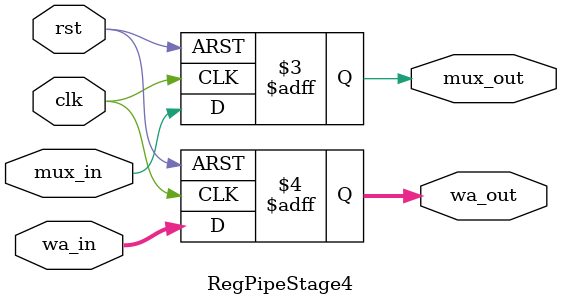
<source format=sv>
module RegPipeStage4
(
    input clk,
    input rst,

    input mux_in,
    output mux_out,

    input wire logic[4:0] wa_in,
    output wire logic[4:0] wa_out,
);

always_ff@(posedge clk or negedge rst) begin
    if (!rst) begin
        mux_out <= '0;
        wa_out <= '0;
    end
    else if (clk) begin
        mux_out <= mux_in;
        wa_out <= wa_in;
    end
end

endmodule
</source>
